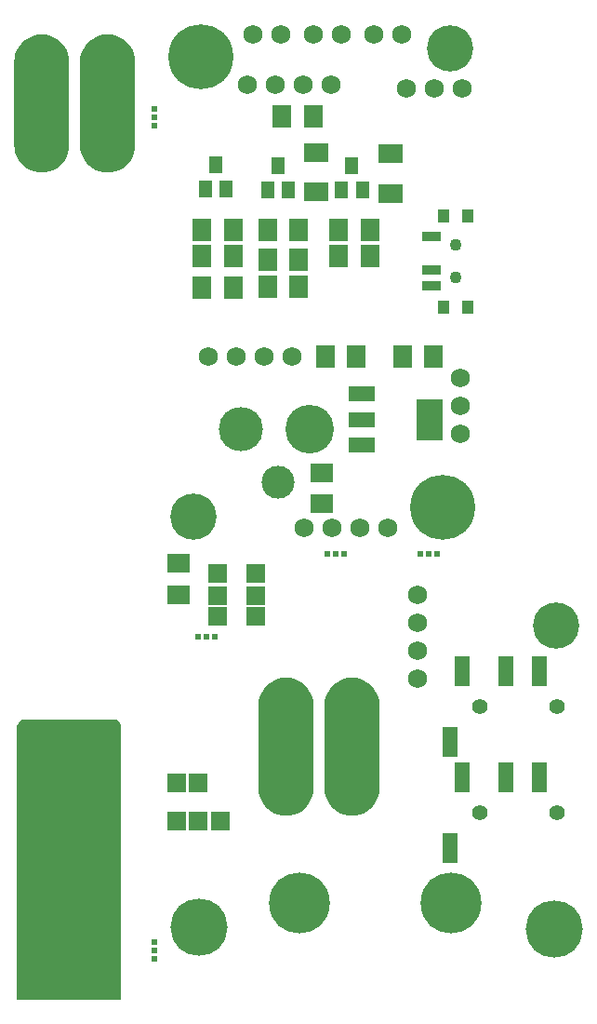
<source format=gbr>
G04 EAGLE Gerber RS-274X export*
G75*
%MOMM*%
%FSLAX34Y34*%
%LPD*%
%INSoldermask Bottom*%
%IPPOS*%
%AMOC8*
5,1,8,0,0,1.08239X$1,22.5*%
G01*
%ADD10C,0.603200*%
%ADD11C,5.903200*%
%ADD12C,5.203200*%
%ADD13C,4.203200*%
%ADD14R,2.438400X1.422400*%
%ADD15R,2.403200X3.803200*%
%ADD16R,1.803200X2.006200*%
%ADD17R,2.006200X1.803200*%
%ADD18C,5.537200*%
%ADD19C,1.727200*%
%ADD20R,1.703200X1.703200*%
%ADD21R,1.203200X1.603200*%
%ADD22R,2.303200X1.703200*%
%ADD23R,1.403200X2.703200*%
%ADD24C,1.403200*%
%ADD25R,1.003200X1.203200*%
%ADD26R,1.703200X0.903200*%
%ADD27C,1.103200*%
%ADD28C,4.419200*%
%ADD29C,4.019200*%
%ADD30C,3.003200*%

G36*
X112505Y-2501D02*
X112505Y-2501D01*
X112505Y-2500D01*
X112505Y245000D01*
X112505Y245001D01*
X112361Y246464D01*
X112360Y246464D01*
X112361Y246465D01*
X111934Y247872D01*
X111933Y247872D01*
X111934Y247872D01*
X111240Y249169D01*
X111240Y249170D01*
X110307Y250306D01*
X110307Y250307D01*
X110306Y250307D01*
X109170Y251240D01*
X109169Y251240D01*
X107872Y251934D01*
X107872Y251933D01*
X107872Y251934D01*
X106465Y252361D01*
X106464Y252360D01*
X106464Y252361D01*
X105001Y252505D01*
X105000Y252505D01*
X25000Y252505D01*
X23536Y252361D01*
X23536Y252360D01*
X23535Y252361D01*
X22128Y251934D01*
X22128Y251933D01*
X22128Y251934D01*
X20831Y251240D01*
X20830Y251240D01*
X19694Y250307D01*
X19693Y250307D01*
X19693Y250306D01*
X18760Y249170D01*
X18760Y249169D01*
X18067Y247872D01*
X18066Y247872D01*
X17639Y246465D01*
X17640Y246464D01*
X17639Y246464D01*
X17495Y245001D01*
X17495Y245000D01*
X17495Y-2500D01*
X17499Y-2505D01*
X17500Y-2505D01*
X112500Y-2505D01*
X112505Y-2501D01*
G37*
G36*
X43558Y750050D02*
X43558Y750050D01*
X43559Y750050D01*
X47044Y750808D01*
X47045Y750808D01*
X50387Y752055D01*
X50388Y752055D01*
X53518Y753764D01*
X53519Y753765D01*
X56375Y755902D01*
X56375Y755903D01*
X58897Y758425D01*
X58898Y758425D01*
X61035Y761281D01*
X61035Y761282D01*
X61036Y761282D01*
X62745Y764412D01*
X62745Y764413D01*
X63992Y767755D01*
X63992Y767756D01*
X64750Y771241D01*
X64750Y771242D01*
X64751Y771242D01*
X64753Y771274D01*
X64754Y771289D01*
X64756Y771314D01*
X64757Y771329D01*
X64760Y771369D01*
X64762Y771408D01*
X64765Y771448D01*
X64768Y771488D01*
X64771Y771528D01*
X64772Y771543D01*
X64775Y771582D01*
X64778Y771622D01*
X64781Y771662D01*
X64783Y771702D01*
X64786Y771741D01*
X64787Y771756D01*
X64790Y771796D01*
X64793Y771836D01*
X64796Y771875D01*
X64796Y771876D01*
X64799Y771915D01*
X64802Y771955D01*
X64803Y771970D01*
X64805Y772010D01*
X64808Y772049D01*
X64811Y772089D01*
X64814Y772129D01*
X64817Y772169D01*
X64818Y772184D01*
X64821Y772223D01*
X64824Y772263D01*
X64826Y772303D01*
X64829Y772343D01*
X64832Y772382D01*
X64833Y772397D01*
X64836Y772437D01*
X64839Y772477D01*
X64842Y772516D01*
X64842Y772517D01*
X64845Y772556D01*
X64847Y772596D01*
X64848Y772611D01*
X64851Y772651D01*
X64854Y772690D01*
X64857Y772730D01*
X64860Y772770D01*
X64863Y772810D01*
X64864Y772825D01*
X64867Y772864D01*
X64869Y772904D01*
X64872Y772944D01*
X64875Y772984D01*
X64878Y773023D01*
X64879Y773038D01*
X64882Y773078D01*
X64885Y773118D01*
X64888Y773157D01*
X64890Y773197D01*
X64893Y773237D01*
X64894Y773252D01*
X64897Y773292D01*
X64900Y773331D01*
X64903Y773371D01*
X64906Y773411D01*
X64908Y773451D01*
X64909Y773451D01*
X64908Y773451D01*
X64910Y773466D01*
X64912Y773505D01*
X64915Y773545D01*
X64918Y773585D01*
X64921Y773624D01*
X64921Y773625D01*
X64924Y773664D01*
X64925Y773679D01*
X64928Y773719D01*
X64931Y773759D01*
X64933Y773798D01*
X64936Y773838D01*
X64939Y773878D01*
X64940Y773893D01*
X64943Y773933D01*
X64946Y773972D01*
X64949Y774012D01*
X64951Y774052D01*
X64952Y774052D01*
X64951Y774052D01*
X64954Y774092D01*
X64955Y774106D01*
X64955Y774107D01*
X64958Y774146D01*
X64961Y774186D01*
X64964Y774226D01*
X64967Y774265D01*
X64967Y774266D01*
X64970Y774305D01*
X64971Y774320D01*
X64974Y774360D01*
X64976Y774400D01*
X64979Y774439D01*
X64982Y774479D01*
X64985Y774519D01*
X64986Y774534D01*
X64989Y774574D01*
X64992Y774613D01*
X64994Y774653D01*
X64995Y774653D01*
X64994Y774653D01*
X64997Y774693D01*
X65000Y774733D01*
X65001Y774747D01*
X65004Y774787D01*
X65005Y774800D01*
X65005Y850200D01*
X64751Y853758D01*
X64750Y853759D01*
X63992Y857244D01*
X63992Y857245D01*
X62745Y860587D01*
X62745Y860588D01*
X61036Y863718D01*
X61035Y863719D01*
X58898Y866575D01*
X58897Y866575D01*
X56375Y869097D01*
X56375Y869098D01*
X53519Y871235D01*
X53518Y871236D01*
X50388Y872945D01*
X50387Y872945D01*
X47045Y874192D01*
X47044Y874192D01*
X43559Y874950D01*
X43558Y874950D01*
X43558Y874951D01*
X43525Y874953D01*
X43456Y874958D01*
X43386Y874963D01*
X43317Y874968D01*
X43247Y874973D01*
X43178Y874978D01*
X43108Y874983D01*
X43039Y874988D01*
X42969Y874993D01*
X42900Y874998D01*
X42830Y875003D01*
X42761Y875008D01*
X42691Y875013D01*
X42622Y875017D01*
X42553Y875022D01*
X42552Y875022D01*
X42483Y875027D01*
X42414Y875032D01*
X42413Y875032D01*
X42344Y875037D01*
X42275Y875042D01*
X42205Y875047D01*
X42136Y875052D01*
X42066Y875057D01*
X41997Y875062D01*
X41927Y875067D01*
X41858Y875072D01*
X41788Y875077D01*
X41719Y875082D01*
X41649Y875087D01*
X41580Y875092D01*
X41510Y875097D01*
X41441Y875102D01*
X41372Y875107D01*
X41371Y875107D01*
X41302Y875112D01*
X41233Y875117D01*
X41232Y875117D01*
X41163Y875122D01*
X41094Y875127D01*
X41024Y875132D01*
X40955Y875137D01*
X40885Y875142D01*
X40816Y875147D01*
X40746Y875152D01*
X40677Y875157D01*
X40607Y875162D01*
X40538Y875167D01*
X40468Y875172D01*
X40399Y875176D01*
X40329Y875181D01*
X40260Y875186D01*
X40190Y875191D01*
X40121Y875196D01*
X40052Y875201D01*
X40051Y875201D01*
X40000Y875205D01*
X39949Y875201D01*
X39948Y875201D01*
X39879Y875196D01*
X39810Y875191D01*
X39740Y875186D01*
X39671Y875181D01*
X39601Y875176D01*
X39532Y875172D01*
X39462Y875167D01*
X39393Y875162D01*
X39323Y875157D01*
X39254Y875152D01*
X39184Y875147D01*
X39115Y875142D01*
X39045Y875137D01*
X38976Y875132D01*
X38906Y875127D01*
X38837Y875122D01*
X38768Y875117D01*
X38767Y875117D01*
X38698Y875112D01*
X38629Y875107D01*
X38628Y875107D01*
X38559Y875102D01*
X38490Y875097D01*
X38420Y875092D01*
X38351Y875087D01*
X38281Y875082D01*
X38212Y875077D01*
X38142Y875072D01*
X38073Y875067D01*
X38003Y875062D01*
X37934Y875057D01*
X37864Y875052D01*
X37795Y875047D01*
X37725Y875042D01*
X37656Y875037D01*
X37587Y875032D01*
X37586Y875032D01*
X37517Y875027D01*
X37448Y875022D01*
X37447Y875022D01*
X37378Y875017D01*
X37309Y875013D01*
X37239Y875008D01*
X37170Y875003D01*
X37100Y874998D01*
X37031Y874993D01*
X36961Y874988D01*
X36892Y874983D01*
X36822Y874978D01*
X36753Y874973D01*
X36683Y874968D01*
X36614Y874963D01*
X36544Y874958D01*
X36475Y874953D01*
X36442Y874951D01*
X36441Y874950D01*
X32956Y874192D01*
X32955Y874192D01*
X29613Y872945D01*
X29612Y872945D01*
X26482Y871236D01*
X26481Y871235D01*
X23625Y869098D01*
X23625Y869097D01*
X21103Y866575D01*
X21102Y866575D01*
X18965Y863719D01*
X18964Y863718D01*
X17255Y860588D01*
X17255Y860587D01*
X16008Y857245D01*
X16008Y857244D01*
X15250Y853759D01*
X15250Y853758D01*
X15248Y853742D01*
X15246Y853702D01*
X15245Y853702D01*
X15246Y853702D01*
X15244Y853687D01*
X15243Y853662D01*
X15242Y853647D01*
X15239Y853608D01*
X15236Y853568D01*
X15233Y853528D01*
X15230Y853489D01*
X15230Y853488D01*
X15227Y853449D01*
X15226Y853434D01*
X15223Y853394D01*
X15221Y853354D01*
X15218Y853315D01*
X15215Y853275D01*
X15212Y853235D01*
X15211Y853220D01*
X15208Y853180D01*
X15205Y853141D01*
X15203Y853101D01*
X15202Y853101D01*
X15203Y853101D01*
X15200Y853061D01*
X15197Y853021D01*
X15196Y853007D01*
X15196Y853006D01*
X15193Y852967D01*
X15190Y852927D01*
X15187Y852887D01*
X15184Y852848D01*
X15184Y852847D01*
X15182Y852808D01*
X15180Y852793D01*
X15178Y852753D01*
X15175Y852713D01*
X15172Y852674D01*
X15169Y852634D01*
X15166Y852594D01*
X15165Y852579D01*
X15162Y852539D01*
X15160Y852500D01*
X15159Y852500D01*
X15160Y852500D01*
X15157Y852460D01*
X15154Y852420D01*
X15151Y852380D01*
X15150Y852366D01*
X15147Y852326D01*
X15144Y852286D01*
X15141Y852246D01*
X15139Y852207D01*
X15136Y852167D01*
X15135Y852152D01*
X15132Y852112D01*
X15129Y852072D01*
X15126Y852033D01*
X15123Y851993D01*
X15120Y851953D01*
X15119Y851938D01*
X15117Y851899D01*
X15116Y851898D01*
X15117Y851898D01*
X15114Y851859D01*
X15111Y851819D01*
X15108Y851779D01*
X15105Y851740D01*
X15105Y851739D01*
X15104Y851725D01*
X15101Y851685D01*
X15098Y851645D01*
X15096Y851605D01*
X15093Y851566D01*
X15090Y851526D01*
X15089Y851511D01*
X15086Y851471D01*
X15083Y851431D01*
X15080Y851392D01*
X15077Y851352D01*
X15075Y851312D01*
X15074Y851297D01*
X15073Y851297D01*
X15071Y851258D01*
X15071Y851257D01*
X15068Y851218D01*
X15065Y851178D01*
X15062Y851138D01*
X15059Y851099D01*
X15059Y851098D01*
X15058Y851084D01*
X15055Y851044D01*
X15053Y851004D01*
X15050Y850964D01*
X15047Y850925D01*
X15044Y850885D01*
X15043Y850870D01*
X15040Y850830D01*
X15037Y850790D01*
X15034Y850751D01*
X15032Y850711D01*
X15029Y850671D01*
X15028Y850656D01*
X15025Y850617D01*
X15022Y850577D01*
X15019Y850537D01*
X15016Y850497D01*
X15013Y850458D01*
X15012Y850443D01*
X15010Y850403D01*
X15007Y850363D01*
X15004Y850323D01*
X15001Y850284D01*
X14998Y850244D01*
X14997Y850229D01*
X14995Y850200D01*
X14995Y774800D01*
X15250Y771242D01*
X15250Y771241D01*
X16008Y767756D01*
X16008Y767755D01*
X17255Y764413D01*
X17255Y764412D01*
X18964Y761282D01*
X18965Y761281D01*
X21102Y758425D01*
X21103Y758425D01*
X23625Y755903D01*
X23625Y755902D01*
X26481Y753765D01*
X26482Y753765D01*
X26482Y753764D01*
X29612Y752055D01*
X29613Y752055D01*
X32955Y750808D01*
X32956Y750808D01*
X36441Y750050D01*
X36442Y750050D01*
X40000Y749795D01*
X43558Y750050D01*
G37*
G36*
X103558Y750050D02*
X103558Y750050D01*
X103559Y750050D01*
X107044Y750808D01*
X107045Y750808D01*
X110387Y752055D01*
X110388Y752055D01*
X113518Y753764D01*
X113519Y753765D01*
X116375Y755902D01*
X116375Y755903D01*
X118897Y758425D01*
X118898Y758425D01*
X121035Y761281D01*
X121035Y761282D01*
X121036Y761282D01*
X122745Y764412D01*
X122745Y764413D01*
X123992Y767755D01*
X123992Y767756D01*
X124750Y771241D01*
X124750Y771242D01*
X124751Y771242D01*
X124753Y771274D01*
X124754Y771289D01*
X124756Y771314D01*
X124757Y771329D01*
X124760Y771369D01*
X124762Y771408D01*
X124765Y771448D01*
X124768Y771488D01*
X124771Y771528D01*
X124772Y771543D01*
X124775Y771582D01*
X124778Y771622D01*
X124781Y771662D01*
X124783Y771702D01*
X124786Y771741D01*
X124787Y771756D01*
X124790Y771796D01*
X124793Y771836D01*
X124796Y771875D01*
X124796Y771876D01*
X124799Y771915D01*
X124802Y771955D01*
X124803Y771970D01*
X124805Y772010D01*
X124808Y772049D01*
X124811Y772089D01*
X124814Y772129D01*
X124817Y772169D01*
X124818Y772184D01*
X124821Y772223D01*
X124824Y772263D01*
X124826Y772303D01*
X124829Y772343D01*
X124832Y772382D01*
X124833Y772397D01*
X124836Y772437D01*
X124839Y772477D01*
X124842Y772516D01*
X124842Y772517D01*
X124845Y772556D01*
X124847Y772596D01*
X124848Y772611D01*
X124851Y772651D01*
X124854Y772690D01*
X124857Y772730D01*
X124860Y772770D01*
X124863Y772810D01*
X124864Y772825D01*
X124867Y772864D01*
X124869Y772904D01*
X124872Y772944D01*
X124875Y772984D01*
X124878Y773023D01*
X124879Y773038D01*
X124882Y773078D01*
X124885Y773118D01*
X124888Y773157D01*
X124890Y773197D01*
X124893Y773237D01*
X124894Y773252D01*
X124897Y773292D01*
X124900Y773331D01*
X124903Y773371D01*
X124906Y773411D01*
X124908Y773451D01*
X124909Y773451D01*
X124908Y773451D01*
X124910Y773466D01*
X124912Y773505D01*
X124915Y773545D01*
X124918Y773585D01*
X124921Y773624D01*
X124921Y773625D01*
X124924Y773664D01*
X124925Y773679D01*
X124928Y773719D01*
X124931Y773759D01*
X124933Y773798D01*
X124936Y773838D01*
X124939Y773878D01*
X124940Y773893D01*
X124943Y773933D01*
X124946Y773972D01*
X124949Y774012D01*
X124951Y774052D01*
X124952Y774052D01*
X124951Y774052D01*
X124954Y774092D01*
X124955Y774106D01*
X124955Y774107D01*
X124958Y774146D01*
X124961Y774186D01*
X124964Y774226D01*
X124967Y774265D01*
X124967Y774266D01*
X124970Y774305D01*
X124971Y774320D01*
X124974Y774360D01*
X124976Y774400D01*
X124979Y774439D01*
X124982Y774479D01*
X124985Y774519D01*
X124986Y774534D01*
X124989Y774574D01*
X124992Y774613D01*
X124994Y774653D01*
X124995Y774653D01*
X124994Y774653D01*
X124997Y774693D01*
X125000Y774733D01*
X125001Y774747D01*
X125004Y774787D01*
X125005Y774800D01*
X125005Y850200D01*
X124751Y853758D01*
X124750Y853759D01*
X123992Y857244D01*
X123992Y857245D01*
X122745Y860587D01*
X122745Y860588D01*
X121036Y863718D01*
X121035Y863719D01*
X118898Y866575D01*
X118897Y866575D01*
X116375Y869097D01*
X116375Y869098D01*
X113519Y871235D01*
X113518Y871236D01*
X110388Y872945D01*
X110387Y872945D01*
X107045Y874192D01*
X107044Y874192D01*
X103559Y874950D01*
X103558Y874950D01*
X103558Y874951D01*
X103525Y874953D01*
X103456Y874958D01*
X103386Y874963D01*
X103317Y874968D01*
X103247Y874973D01*
X103178Y874978D01*
X103108Y874983D01*
X103039Y874988D01*
X102969Y874993D01*
X102900Y874998D01*
X102830Y875003D01*
X102761Y875008D01*
X102691Y875013D01*
X102622Y875017D01*
X102553Y875022D01*
X102552Y875022D01*
X102483Y875027D01*
X102414Y875032D01*
X102413Y875032D01*
X102344Y875037D01*
X102275Y875042D01*
X102205Y875047D01*
X102136Y875052D01*
X102066Y875057D01*
X101997Y875062D01*
X101927Y875067D01*
X101858Y875072D01*
X101788Y875077D01*
X101719Y875082D01*
X101649Y875087D01*
X101580Y875092D01*
X101510Y875097D01*
X101441Y875102D01*
X101372Y875107D01*
X101371Y875107D01*
X101302Y875112D01*
X101233Y875117D01*
X101232Y875117D01*
X101163Y875122D01*
X101094Y875127D01*
X101024Y875132D01*
X100955Y875137D01*
X100885Y875142D01*
X100816Y875147D01*
X100746Y875152D01*
X100677Y875157D01*
X100607Y875162D01*
X100538Y875167D01*
X100468Y875172D01*
X100399Y875176D01*
X100329Y875181D01*
X100260Y875186D01*
X100190Y875191D01*
X100121Y875196D01*
X100052Y875201D01*
X100051Y875201D01*
X100000Y875205D01*
X99949Y875201D01*
X99948Y875201D01*
X99879Y875196D01*
X99810Y875191D01*
X99740Y875186D01*
X99671Y875181D01*
X99601Y875176D01*
X99532Y875172D01*
X99462Y875167D01*
X99393Y875162D01*
X99323Y875157D01*
X99254Y875152D01*
X99184Y875147D01*
X99115Y875142D01*
X99045Y875137D01*
X98976Y875132D01*
X98906Y875127D01*
X98837Y875122D01*
X98768Y875117D01*
X98767Y875117D01*
X98698Y875112D01*
X98629Y875107D01*
X98628Y875107D01*
X98559Y875102D01*
X98490Y875097D01*
X98420Y875092D01*
X98351Y875087D01*
X98281Y875082D01*
X98212Y875077D01*
X98142Y875072D01*
X98073Y875067D01*
X98003Y875062D01*
X97934Y875057D01*
X97864Y875052D01*
X97795Y875047D01*
X97725Y875042D01*
X97656Y875037D01*
X97587Y875032D01*
X97586Y875032D01*
X97517Y875027D01*
X97448Y875022D01*
X97447Y875022D01*
X97378Y875017D01*
X97309Y875013D01*
X97239Y875008D01*
X97170Y875003D01*
X97100Y874998D01*
X97031Y874993D01*
X96961Y874988D01*
X96892Y874983D01*
X96822Y874978D01*
X96753Y874973D01*
X96683Y874968D01*
X96614Y874963D01*
X96544Y874958D01*
X96475Y874953D01*
X96442Y874951D01*
X96441Y874950D01*
X92956Y874192D01*
X92955Y874192D01*
X89613Y872945D01*
X89612Y872945D01*
X86482Y871236D01*
X86481Y871235D01*
X83625Y869098D01*
X83625Y869097D01*
X81103Y866575D01*
X81102Y866575D01*
X78965Y863719D01*
X78964Y863718D01*
X77255Y860588D01*
X77255Y860587D01*
X76008Y857245D01*
X76008Y857244D01*
X75250Y853759D01*
X75250Y853758D01*
X75248Y853742D01*
X75246Y853702D01*
X75245Y853702D01*
X75246Y853702D01*
X75244Y853687D01*
X75243Y853662D01*
X75242Y853647D01*
X75239Y853608D01*
X75236Y853568D01*
X75233Y853528D01*
X75230Y853489D01*
X75230Y853488D01*
X75227Y853449D01*
X75226Y853434D01*
X75223Y853394D01*
X75221Y853354D01*
X75218Y853315D01*
X75215Y853275D01*
X75212Y853235D01*
X75211Y853220D01*
X75208Y853180D01*
X75205Y853141D01*
X75203Y853101D01*
X75202Y853101D01*
X75203Y853101D01*
X75200Y853061D01*
X75197Y853021D01*
X75196Y853007D01*
X75196Y853006D01*
X75193Y852967D01*
X75190Y852927D01*
X75187Y852887D01*
X75184Y852848D01*
X75184Y852847D01*
X75182Y852808D01*
X75180Y852793D01*
X75178Y852753D01*
X75175Y852713D01*
X75172Y852674D01*
X75169Y852634D01*
X75166Y852594D01*
X75165Y852579D01*
X75162Y852539D01*
X75160Y852500D01*
X75159Y852500D01*
X75160Y852500D01*
X75157Y852460D01*
X75154Y852420D01*
X75151Y852380D01*
X75150Y852366D01*
X75147Y852326D01*
X75144Y852286D01*
X75141Y852246D01*
X75139Y852207D01*
X75136Y852167D01*
X75135Y852152D01*
X75132Y852112D01*
X75129Y852072D01*
X75126Y852033D01*
X75123Y851993D01*
X75120Y851953D01*
X75119Y851938D01*
X75117Y851899D01*
X75116Y851898D01*
X75117Y851898D01*
X75114Y851859D01*
X75111Y851819D01*
X75108Y851779D01*
X75105Y851740D01*
X75105Y851739D01*
X75104Y851725D01*
X75101Y851685D01*
X75098Y851645D01*
X75096Y851605D01*
X75093Y851566D01*
X75090Y851526D01*
X75089Y851511D01*
X75086Y851471D01*
X75083Y851431D01*
X75080Y851392D01*
X75077Y851352D01*
X75075Y851312D01*
X75074Y851297D01*
X75073Y851297D01*
X75071Y851258D01*
X75071Y851257D01*
X75068Y851218D01*
X75065Y851178D01*
X75062Y851138D01*
X75059Y851099D01*
X75059Y851098D01*
X75058Y851084D01*
X75055Y851044D01*
X75053Y851004D01*
X75050Y850964D01*
X75047Y850925D01*
X75044Y850885D01*
X75043Y850870D01*
X75040Y850830D01*
X75037Y850790D01*
X75034Y850751D01*
X75032Y850711D01*
X75029Y850671D01*
X75028Y850656D01*
X75025Y850617D01*
X75022Y850577D01*
X75019Y850537D01*
X75016Y850497D01*
X75013Y850458D01*
X75012Y850443D01*
X75010Y850403D01*
X75007Y850363D01*
X75004Y850323D01*
X75001Y850284D01*
X74998Y850244D01*
X74997Y850229D01*
X74995Y850200D01*
X74995Y774800D01*
X75250Y771242D01*
X75250Y771241D01*
X76008Y767756D01*
X76008Y767755D01*
X77255Y764413D01*
X77255Y764412D01*
X78964Y761282D01*
X78965Y761281D01*
X81102Y758425D01*
X81103Y758425D01*
X83625Y755903D01*
X83625Y755902D01*
X86481Y753765D01*
X86482Y753765D01*
X86482Y753764D01*
X89612Y752055D01*
X89613Y752055D01*
X92955Y750808D01*
X92956Y750808D01*
X96441Y750050D01*
X96442Y750050D01*
X100000Y749795D01*
X103558Y750050D01*
G37*
G36*
X266058Y165050D02*
X266058Y165050D01*
X266059Y165050D01*
X269544Y165808D01*
X269545Y165808D01*
X272887Y167055D01*
X272888Y167055D01*
X276018Y168764D01*
X276019Y168765D01*
X278875Y170902D01*
X278875Y170903D01*
X281397Y173425D01*
X281398Y173425D01*
X283535Y176281D01*
X283535Y176282D01*
X283536Y176282D01*
X285245Y179412D01*
X285245Y179413D01*
X286492Y182755D01*
X286492Y182756D01*
X287250Y186241D01*
X287250Y186242D01*
X287251Y186242D01*
X287253Y186274D01*
X287254Y186289D01*
X287256Y186314D01*
X287257Y186329D01*
X287260Y186369D01*
X287262Y186408D01*
X287265Y186448D01*
X287268Y186488D01*
X287271Y186528D01*
X287272Y186543D01*
X287275Y186582D01*
X287278Y186622D01*
X287281Y186662D01*
X287283Y186702D01*
X287286Y186741D01*
X287287Y186756D01*
X287290Y186796D01*
X287293Y186836D01*
X287296Y186875D01*
X287296Y186876D01*
X287299Y186915D01*
X287302Y186955D01*
X287303Y186970D01*
X287305Y187010D01*
X287308Y187049D01*
X287311Y187089D01*
X287314Y187129D01*
X287317Y187169D01*
X287318Y187184D01*
X287321Y187223D01*
X287324Y187263D01*
X287326Y187303D01*
X287329Y187343D01*
X287332Y187382D01*
X287333Y187397D01*
X287336Y187437D01*
X287339Y187477D01*
X287342Y187516D01*
X287342Y187517D01*
X287345Y187556D01*
X287347Y187596D01*
X287348Y187611D01*
X287351Y187651D01*
X287354Y187690D01*
X287357Y187730D01*
X287360Y187770D01*
X287363Y187810D01*
X287364Y187825D01*
X287367Y187864D01*
X287369Y187904D01*
X287372Y187944D01*
X287375Y187984D01*
X287378Y188023D01*
X287379Y188038D01*
X287382Y188078D01*
X287385Y188118D01*
X287388Y188157D01*
X287390Y188197D01*
X287393Y188237D01*
X287394Y188252D01*
X287397Y188292D01*
X287400Y188331D01*
X287403Y188371D01*
X287406Y188411D01*
X287408Y188451D01*
X287409Y188451D01*
X287408Y188451D01*
X287410Y188466D01*
X287412Y188505D01*
X287415Y188545D01*
X287418Y188585D01*
X287421Y188624D01*
X287421Y188625D01*
X287424Y188664D01*
X287425Y188679D01*
X287428Y188719D01*
X287431Y188759D01*
X287433Y188798D01*
X287436Y188838D01*
X287439Y188878D01*
X287440Y188893D01*
X287443Y188933D01*
X287446Y188972D01*
X287449Y189012D01*
X287451Y189052D01*
X287452Y189052D01*
X287451Y189052D01*
X287454Y189092D01*
X287455Y189106D01*
X287455Y189107D01*
X287458Y189146D01*
X287461Y189186D01*
X287464Y189226D01*
X287467Y189265D01*
X287467Y189266D01*
X287470Y189305D01*
X287471Y189320D01*
X287474Y189360D01*
X287476Y189400D01*
X287479Y189439D01*
X287482Y189479D01*
X287485Y189519D01*
X287486Y189534D01*
X287489Y189574D01*
X287492Y189613D01*
X287494Y189653D01*
X287495Y189653D01*
X287494Y189653D01*
X287497Y189693D01*
X287500Y189733D01*
X287501Y189747D01*
X287504Y189787D01*
X287505Y189800D01*
X287505Y265200D01*
X287251Y268758D01*
X287250Y268759D01*
X286492Y272244D01*
X286492Y272245D01*
X285245Y275587D01*
X285245Y275588D01*
X283536Y278718D01*
X283535Y278719D01*
X281398Y281575D01*
X281397Y281575D01*
X278875Y284097D01*
X278875Y284098D01*
X276019Y286235D01*
X276018Y286236D01*
X272888Y287945D01*
X272887Y287945D01*
X269545Y289192D01*
X269544Y289192D01*
X266059Y289950D01*
X266058Y289950D01*
X266058Y289951D01*
X266025Y289953D01*
X265956Y289958D01*
X265886Y289963D01*
X265817Y289968D01*
X265747Y289973D01*
X265678Y289978D01*
X265608Y289983D01*
X265539Y289988D01*
X265469Y289993D01*
X265400Y289998D01*
X265330Y290003D01*
X265261Y290008D01*
X265191Y290013D01*
X265122Y290017D01*
X265053Y290022D01*
X265052Y290022D01*
X264983Y290027D01*
X264914Y290032D01*
X264913Y290032D01*
X264844Y290037D01*
X264775Y290042D01*
X264705Y290047D01*
X264636Y290052D01*
X264566Y290057D01*
X264497Y290062D01*
X264427Y290067D01*
X264358Y290072D01*
X264288Y290077D01*
X264219Y290082D01*
X264149Y290087D01*
X264080Y290092D01*
X264010Y290097D01*
X263941Y290102D01*
X263872Y290107D01*
X263871Y290107D01*
X263802Y290112D01*
X263733Y290117D01*
X263732Y290117D01*
X263663Y290122D01*
X263594Y290127D01*
X263524Y290132D01*
X263455Y290137D01*
X263385Y290142D01*
X263316Y290147D01*
X263246Y290152D01*
X263177Y290157D01*
X263107Y290162D01*
X263038Y290167D01*
X262968Y290172D01*
X262899Y290176D01*
X262829Y290181D01*
X262760Y290186D01*
X262690Y290191D01*
X262621Y290196D01*
X262552Y290201D01*
X262551Y290201D01*
X262500Y290205D01*
X262449Y290201D01*
X262448Y290201D01*
X262379Y290196D01*
X262310Y290191D01*
X262240Y290186D01*
X262171Y290181D01*
X262101Y290176D01*
X262032Y290172D01*
X261962Y290167D01*
X261893Y290162D01*
X261823Y290157D01*
X261754Y290152D01*
X261684Y290147D01*
X261615Y290142D01*
X261545Y290137D01*
X261476Y290132D01*
X261406Y290127D01*
X261337Y290122D01*
X261268Y290117D01*
X261267Y290117D01*
X261198Y290112D01*
X261129Y290107D01*
X261128Y290107D01*
X261059Y290102D01*
X260990Y290097D01*
X260920Y290092D01*
X260851Y290087D01*
X260781Y290082D01*
X260712Y290077D01*
X260642Y290072D01*
X260573Y290067D01*
X260503Y290062D01*
X260434Y290057D01*
X260364Y290052D01*
X260295Y290047D01*
X260225Y290042D01*
X260156Y290037D01*
X260087Y290032D01*
X260086Y290032D01*
X260017Y290027D01*
X259948Y290022D01*
X259947Y290022D01*
X259878Y290017D01*
X259809Y290013D01*
X259739Y290008D01*
X259670Y290003D01*
X259600Y289998D01*
X259531Y289993D01*
X259461Y289988D01*
X259392Y289983D01*
X259322Y289978D01*
X259253Y289973D01*
X259183Y289968D01*
X259114Y289963D01*
X259044Y289958D01*
X258975Y289953D01*
X258942Y289951D01*
X258941Y289950D01*
X255456Y289192D01*
X255455Y289192D01*
X252113Y287945D01*
X252112Y287945D01*
X248982Y286236D01*
X248981Y286235D01*
X246125Y284098D01*
X246125Y284097D01*
X243603Y281575D01*
X243602Y281575D01*
X241465Y278719D01*
X241464Y278718D01*
X239755Y275588D01*
X239755Y275587D01*
X238508Y272245D01*
X238508Y272244D01*
X237750Y268759D01*
X237750Y268758D01*
X237748Y268742D01*
X237746Y268702D01*
X237745Y268702D01*
X237746Y268702D01*
X237744Y268687D01*
X237743Y268662D01*
X237742Y268647D01*
X237739Y268608D01*
X237736Y268568D01*
X237733Y268528D01*
X237730Y268489D01*
X237730Y268488D01*
X237727Y268449D01*
X237726Y268434D01*
X237723Y268394D01*
X237721Y268354D01*
X237718Y268315D01*
X237715Y268275D01*
X237712Y268235D01*
X237711Y268220D01*
X237708Y268180D01*
X237705Y268141D01*
X237703Y268101D01*
X237702Y268101D01*
X237703Y268101D01*
X237700Y268061D01*
X237697Y268021D01*
X237696Y268007D01*
X237696Y268006D01*
X237693Y267967D01*
X237690Y267927D01*
X237687Y267887D01*
X237684Y267848D01*
X237684Y267847D01*
X237682Y267808D01*
X237680Y267793D01*
X237678Y267753D01*
X237675Y267713D01*
X237672Y267674D01*
X237669Y267634D01*
X237666Y267594D01*
X237665Y267579D01*
X237662Y267539D01*
X237660Y267500D01*
X237659Y267500D01*
X237660Y267500D01*
X237657Y267460D01*
X237654Y267420D01*
X237651Y267380D01*
X237650Y267366D01*
X237647Y267326D01*
X237644Y267286D01*
X237641Y267246D01*
X237639Y267207D01*
X237636Y267167D01*
X237635Y267152D01*
X237632Y267112D01*
X237629Y267072D01*
X237626Y267033D01*
X237623Y266993D01*
X237620Y266953D01*
X237619Y266938D01*
X237617Y266899D01*
X237616Y266898D01*
X237617Y266898D01*
X237614Y266859D01*
X237611Y266819D01*
X237608Y266779D01*
X237605Y266740D01*
X237605Y266739D01*
X237604Y266725D01*
X237601Y266685D01*
X237598Y266645D01*
X237596Y266605D01*
X237593Y266566D01*
X237590Y266526D01*
X237589Y266511D01*
X237586Y266471D01*
X237583Y266431D01*
X237580Y266392D01*
X237577Y266352D01*
X237575Y266312D01*
X237574Y266297D01*
X237573Y266297D01*
X237571Y266258D01*
X237571Y266257D01*
X237568Y266218D01*
X237565Y266178D01*
X237562Y266138D01*
X237559Y266099D01*
X237559Y266098D01*
X237558Y266084D01*
X237555Y266044D01*
X237553Y266004D01*
X237550Y265964D01*
X237547Y265925D01*
X237544Y265885D01*
X237543Y265870D01*
X237540Y265830D01*
X237537Y265790D01*
X237534Y265751D01*
X237532Y265711D01*
X237529Y265671D01*
X237528Y265656D01*
X237525Y265617D01*
X237522Y265577D01*
X237519Y265537D01*
X237516Y265497D01*
X237513Y265458D01*
X237512Y265443D01*
X237510Y265403D01*
X237507Y265363D01*
X237504Y265323D01*
X237501Y265284D01*
X237498Y265244D01*
X237497Y265229D01*
X237495Y265200D01*
X237495Y189800D01*
X237750Y186242D01*
X237750Y186241D01*
X238508Y182756D01*
X238508Y182755D01*
X239755Y179413D01*
X239755Y179412D01*
X241464Y176282D01*
X241465Y176281D01*
X243602Y173425D01*
X243603Y173425D01*
X246125Y170903D01*
X246125Y170902D01*
X248981Y168765D01*
X248982Y168765D01*
X248982Y168764D01*
X252112Y167055D01*
X252113Y167055D01*
X255455Y165808D01*
X255456Y165808D01*
X258941Y165050D01*
X258942Y165050D01*
X262500Y164795D01*
X266058Y165050D01*
G37*
G36*
X326058Y165050D02*
X326058Y165050D01*
X326059Y165050D01*
X329544Y165808D01*
X329545Y165808D01*
X332887Y167055D01*
X332888Y167055D01*
X336018Y168764D01*
X336019Y168765D01*
X338875Y170902D01*
X338875Y170903D01*
X341397Y173425D01*
X341398Y173425D01*
X343535Y176281D01*
X343535Y176282D01*
X343536Y176282D01*
X345245Y179412D01*
X345245Y179413D01*
X346492Y182755D01*
X346492Y182756D01*
X347250Y186241D01*
X347250Y186242D01*
X347251Y186242D01*
X347253Y186274D01*
X347254Y186289D01*
X347256Y186314D01*
X347257Y186329D01*
X347260Y186369D01*
X347262Y186408D01*
X347265Y186448D01*
X347268Y186488D01*
X347271Y186528D01*
X347272Y186543D01*
X347275Y186582D01*
X347278Y186622D01*
X347281Y186662D01*
X347283Y186702D01*
X347286Y186741D01*
X347287Y186756D01*
X347290Y186796D01*
X347293Y186836D01*
X347296Y186875D01*
X347296Y186876D01*
X347299Y186915D01*
X347302Y186955D01*
X347303Y186970D01*
X347305Y187010D01*
X347308Y187049D01*
X347311Y187089D01*
X347314Y187129D01*
X347317Y187169D01*
X347318Y187184D01*
X347321Y187223D01*
X347324Y187263D01*
X347326Y187303D01*
X347329Y187343D01*
X347332Y187382D01*
X347333Y187397D01*
X347336Y187437D01*
X347339Y187477D01*
X347342Y187516D01*
X347342Y187517D01*
X347345Y187556D01*
X347347Y187596D01*
X347348Y187611D01*
X347351Y187651D01*
X347354Y187690D01*
X347357Y187730D01*
X347360Y187770D01*
X347363Y187810D01*
X347364Y187825D01*
X347367Y187864D01*
X347369Y187904D01*
X347372Y187944D01*
X347375Y187984D01*
X347378Y188023D01*
X347379Y188038D01*
X347382Y188078D01*
X347385Y188118D01*
X347388Y188157D01*
X347390Y188197D01*
X347393Y188237D01*
X347394Y188252D01*
X347397Y188292D01*
X347400Y188331D01*
X347403Y188371D01*
X347406Y188411D01*
X347408Y188451D01*
X347409Y188451D01*
X347408Y188451D01*
X347410Y188466D01*
X347412Y188505D01*
X347415Y188545D01*
X347418Y188585D01*
X347421Y188624D01*
X347421Y188625D01*
X347424Y188664D01*
X347425Y188679D01*
X347428Y188719D01*
X347431Y188759D01*
X347433Y188798D01*
X347436Y188838D01*
X347439Y188878D01*
X347440Y188893D01*
X347443Y188933D01*
X347446Y188972D01*
X347449Y189012D01*
X347451Y189052D01*
X347452Y189052D01*
X347451Y189052D01*
X347454Y189092D01*
X347455Y189106D01*
X347455Y189107D01*
X347458Y189146D01*
X347461Y189186D01*
X347464Y189226D01*
X347467Y189265D01*
X347467Y189266D01*
X347470Y189305D01*
X347471Y189320D01*
X347474Y189360D01*
X347476Y189400D01*
X347479Y189439D01*
X347482Y189479D01*
X347485Y189519D01*
X347486Y189534D01*
X347489Y189574D01*
X347492Y189613D01*
X347494Y189653D01*
X347495Y189653D01*
X347494Y189653D01*
X347497Y189693D01*
X347500Y189733D01*
X347501Y189747D01*
X347504Y189787D01*
X347505Y189800D01*
X347505Y265200D01*
X347251Y268758D01*
X347250Y268759D01*
X346492Y272244D01*
X346492Y272245D01*
X345245Y275587D01*
X345245Y275588D01*
X343536Y278718D01*
X343535Y278719D01*
X341398Y281575D01*
X341397Y281575D01*
X338875Y284097D01*
X338875Y284098D01*
X336019Y286235D01*
X336018Y286236D01*
X332888Y287945D01*
X332887Y287945D01*
X329545Y289192D01*
X329544Y289192D01*
X326059Y289950D01*
X326058Y289950D01*
X326058Y289951D01*
X326025Y289953D01*
X325956Y289958D01*
X325886Y289963D01*
X325817Y289968D01*
X325747Y289973D01*
X325678Y289978D01*
X325608Y289983D01*
X325539Y289988D01*
X325469Y289993D01*
X325400Y289998D01*
X325330Y290003D01*
X325261Y290008D01*
X325191Y290013D01*
X325122Y290017D01*
X325053Y290022D01*
X325052Y290022D01*
X324983Y290027D01*
X324914Y290032D01*
X324913Y290032D01*
X324844Y290037D01*
X324775Y290042D01*
X324705Y290047D01*
X324636Y290052D01*
X324566Y290057D01*
X324497Y290062D01*
X324427Y290067D01*
X324358Y290072D01*
X324288Y290077D01*
X324219Y290082D01*
X324149Y290087D01*
X324080Y290092D01*
X324010Y290097D01*
X323941Y290102D01*
X323872Y290107D01*
X323871Y290107D01*
X323802Y290112D01*
X323733Y290117D01*
X323732Y290117D01*
X323663Y290122D01*
X323594Y290127D01*
X323524Y290132D01*
X323455Y290137D01*
X323385Y290142D01*
X323316Y290147D01*
X323246Y290152D01*
X323177Y290157D01*
X323107Y290162D01*
X323038Y290167D01*
X322968Y290172D01*
X322899Y290176D01*
X322829Y290181D01*
X322760Y290186D01*
X322690Y290191D01*
X322621Y290196D01*
X322552Y290201D01*
X322551Y290201D01*
X322500Y290205D01*
X322449Y290201D01*
X322448Y290201D01*
X322379Y290196D01*
X322310Y290191D01*
X322240Y290186D01*
X322171Y290181D01*
X322101Y290176D01*
X322032Y290172D01*
X321962Y290167D01*
X321893Y290162D01*
X321823Y290157D01*
X321754Y290152D01*
X321684Y290147D01*
X321615Y290142D01*
X321545Y290137D01*
X321476Y290132D01*
X321406Y290127D01*
X321337Y290122D01*
X321268Y290117D01*
X321267Y290117D01*
X321198Y290112D01*
X321129Y290107D01*
X321128Y290107D01*
X321059Y290102D01*
X320990Y290097D01*
X320920Y290092D01*
X320851Y290087D01*
X320781Y290082D01*
X320712Y290077D01*
X320642Y290072D01*
X320573Y290067D01*
X320503Y290062D01*
X320434Y290057D01*
X320364Y290052D01*
X320295Y290047D01*
X320225Y290042D01*
X320156Y290037D01*
X320087Y290032D01*
X320086Y290032D01*
X320017Y290027D01*
X319948Y290022D01*
X319947Y290022D01*
X319878Y290017D01*
X319809Y290013D01*
X319739Y290008D01*
X319670Y290003D01*
X319600Y289998D01*
X319531Y289993D01*
X319461Y289988D01*
X319392Y289983D01*
X319322Y289978D01*
X319253Y289973D01*
X319183Y289968D01*
X319114Y289963D01*
X319044Y289958D01*
X318975Y289953D01*
X318942Y289951D01*
X318941Y289950D01*
X315456Y289192D01*
X315455Y289192D01*
X312113Y287945D01*
X312112Y287945D01*
X308982Y286236D01*
X308981Y286235D01*
X306125Y284098D01*
X306125Y284097D01*
X303603Y281575D01*
X303602Y281575D01*
X301465Y278719D01*
X301464Y278718D01*
X299755Y275588D01*
X299755Y275587D01*
X298508Y272245D01*
X298508Y272244D01*
X297750Y268759D01*
X297750Y268758D01*
X297748Y268742D01*
X297746Y268702D01*
X297745Y268702D01*
X297746Y268702D01*
X297744Y268687D01*
X297743Y268662D01*
X297742Y268647D01*
X297739Y268608D01*
X297736Y268568D01*
X297733Y268528D01*
X297730Y268489D01*
X297730Y268488D01*
X297727Y268449D01*
X297726Y268434D01*
X297723Y268394D01*
X297721Y268354D01*
X297718Y268315D01*
X297715Y268275D01*
X297712Y268235D01*
X297711Y268220D01*
X297708Y268180D01*
X297705Y268141D01*
X297703Y268101D01*
X297702Y268101D01*
X297703Y268101D01*
X297700Y268061D01*
X297697Y268021D01*
X297696Y268007D01*
X297696Y268006D01*
X297693Y267967D01*
X297690Y267927D01*
X297687Y267887D01*
X297684Y267848D01*
X297684Y267847D01*
X297682Y267808D01*
X297680Y267793D01*
X297678Y267753D01*
X297675Y267713D01*
X297672Y267674D01*
X297669Y267634D01*
X297666Y267594D01*
X297665Y267579D01*
X297662Y267539D01*
X297660Y267500D01*
X297659Y267500D01*
X297660Y267500D01*
X297657Y267460D01*
X297654Y267420D01*
X297651Y267380D01*
X297650Y267366D01*
X297647Y267326D01*
X297644Y267286D01*
X297641Y267246D01*
X297639Y267207D01*
X297636Y267167D01*
X297635Y267152D01*
X297632Y267112D01*
X297629Y267072D01*
X297626Y267033D01*
X297623Y266993D01*
X297620Y266953D01*
X297619Y266938D01*
X297617Y266899D01*
X297616Y266898D01*
X297617Y266898D01*
X297614Y266859D01*
X297611Y266819D01*
X297608Y266779D01*
X297605Y266740D01*
X297605Y266739D01*
X297604Y266725D01*
X297601Y266685D01*
X297598Y266645D01*
X297596Y266605D01*
X297593Y266566D01*
X297590Y266526D01*
X297589Y266511D01*
X297586Y266471D01*
X297583Y266431D01*
X297580Y266392D01*
X297577Y266352D01*
X297575Y266312D01*
X297574Y266297D01*
X297573Y266297D01*
X297571Y266258D01*
X297571Y266257D01*
X297568Y266218D01*
X297565Y266178D01*
X297562Y266138D01*
X297559Y266099D01*
X297559Y266098D01*
X297558Y266084D01*
X297555Y266044D01*
X297553Y266004D01*
X297550Y265964D01*
X297547Y265925D01*
X297544Y265885D01*
X297543Y265870D01*
X297540Y265830D01*
X297537Y265790D01*
X297534Y265751D01*
X297532Y265711D01*
X297529Y265671D01*
X297528Y265656D01*
X297525Y265617D01*
X297522Y265577D01*
X297519Y265537D01*
X297516Y265497D01*
X297513Y265458D01*
X297512Y265443D01*
X297510Y265403D01*
X297507Y265363D01*
X297504Y265323D01*
X297501Y265284D01*
X297498Y265244D01*
X297497Y265229D01*
X297495Y265200D01*
X297495Y189800D01*
X297750Y186242D01*
X297750Y186241D01*
X298508Y182756D01*
X298508Y182755D01*
X299755Y179413D01*
X299755Y179412D01*
X301464Y176282D01*
X301465Y176281D01*
X303602Y173425D01*
X303603Y173425D01*
X306125Y170903D01*
X306125Y170902D01*
X308981Y168765D01*
X308982Y168765D01*
X308982Y168764D01*
X312112Y167055D01*
X312113Y167055D01*
X315455Y165808D01*
X315456Y165808D01*
X318941Y165050D01*
X318942Y165050D01*
X322500Y164795D01*
X326058Y165050D01*
G37*
D10*
X300000Y402500D03*
X307500Y402500D03*
X315000Y402500D03*
X385000Y402500D03*
X392500Y402500D03*
X400000Y402500D03*
X197500Y327500D03*
X182500Y327500D03*
X190000Y327500D03*
D11*
X185000Y855000D03*
X405000Y445000D03*
D10*
X142500Y35000D03*
X142500Y42500D03*
X142500Y50000D03*
X142500Y792500D03*
X142500Y800000D03*
X142500Y807500D03*
D12*
X183000Y63000D03*
X507000Y62000D03*
D13*
X508000Y338000D03*
X178000Y437000D03*
X412000Y863000D03*
D14*
X331512Y501886D03*
X331512Y525000D03*
X331512Y548114D03*
D15*
X393490Y525000D03*
D16*
X298280Y582500D03*
X326720Y582500D03*
X368280Y582500D03*
X396720Y582500D03*
D17*
X295000Y448280D03*
X295000Y476720D03*
X165000Y394220D03*
X165000Y365780D03*
D18*
X275000Y85000D03*
X412500Y85000D03*
D19*
X278738Y426184D03*
X304138Y426184D03*
X329538Y426184D03*
X354938Y426184D03*
D16*
X185780Y645000D03*
X214220Y645000D03*
D19*
X421316Y512100D03*
X421316Y537500D03*
X421316Y562900D03*
X191900Y582500D03*
X217300Y582500D03*
X242700Y582500D03*
X268100Y582500D03*
D16*
X245780Y646184D03*
X274220Y646184D03*
D19*
X303100Y830000D03*
X277700Y830000D03*
X252300Y830000D03*
X226900Y830000D03*
D16*
X287220Y800500D03*
X258780Y800500D03*
D19*
X422900Y826316D03*
X397500Y826316D03*
X372100Y826316D03*
X382500Y289400D03*
X382500Y314800D03*
X382500Y340200D03*
X382500Y365600D03*
D20*
X182500Y195000D03*
X162500Y195000D03*
D21*
X198684Y757184D03*
X189184Y735184D03*
X208184Y735184D03*
D16*
X185780Y697500D03*
X214220Y697500D03*
X214220Y673684D03*
X185780Y673684D03*
D19*
X312700Y875000D03*
X287300Y875000D03*
X342300Y875000D03*
X367700Y875000D03*
X257700Y875000D03*
X232300Y875000D03*
D21*
X255000Y756000D03*
X245500Y734000D03*
X264500Y734000D03*
D16*
X245780Y697500D03*
X274220Y697500D03*
X274220Y670132D03*
X245780Y670132D03*
D21*
X322500Y756000D03*
X313000Y734000D03*
X332000Y734000D03*
D16*
X310280Y697500D03*
X338720Y697500D03*
X338720Y673500D03*
X310280Y673500D03*
D22*
X290000Y732000D03*
X290000Y768000D03*
X357500Y730949D03*
X357500Y766949D03*
D23*
X423000Y296449D03*
X412000Y231449D03*
X463000Y296449D03*
X493000Y296449D03*
D24*
X509000Y263949D03*
X439000Y263949D03*
D23*
X423000Y200000D03*
X412000Y135000D03*
X463000Y200000D03*
X493000Y200000D03*
D24*
X509000Y167500D03*
X439000Y167500D03*
D20*
X235000Y385000D03*
X200000Y385000D03*
X182500Y159500D03*
X202500Y159500D03*
X200000Y365000D03*
X200000Y346000D03*
X235000Y365000D03*
X235000Y346000D03*
X162500Y159500D03*
D25*
X406000Y710500D03*
X428000Y710500D03*
X428000Y627500D03*
X406000Y627500D03*
D26*
X394500Y691500D03*
X394500Y661500D03*
X394500Y646500D03*
D27*
X417000Y684000D03*
X417000Y654000D03*
D28*
X283975Y516137D03*
D29*
X221475Y516137D03*
D30*
X254975Y468137D03*
M02*

</source>
